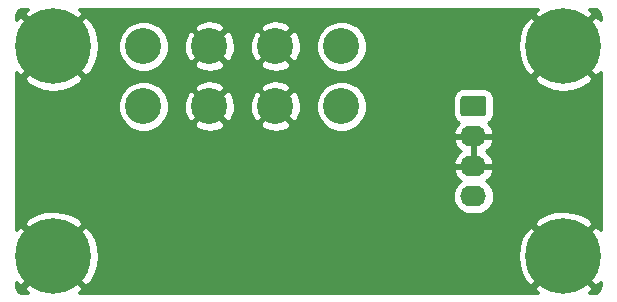
<source format=gbl>
%TF.GenerationSoftware,KiCad,Pcbnew,(5.1.8-0-10_14)*%
%TF.CreationDate,2021-07-08T18:54:03+01:00*%
%TF.ProjectId,4u-mini-boat-power-connection,34752d6d-696e-4692-9d62-6f61742d706f,rev?*%
%TF.SameCoordinates,Original*%
%TF.FileFunction,Copper,L2,Bot*%
%TF.FilePolarity,Positive*%
%FSLAX46Y46*%
G04 Gerber Fmt 4.6, Leading zero omitted, Abs format (unit mm)*
G04 Created by KiCad (PCBNEW (5.1.8-0-10_14)) date 2021-07-08 18:54:03*
%MOMM*%
%LPD*%
G01*
G04 APERTURE LIST*
%TA.AperFunction,ComponentPad*%
%ADD10O,2.190000X1.740000*%
%TD*%
%TA.AperFunction,ComponentPad*%
%ADD11C,3.048000*%
%TD*%
%TA.AperFunction,ComponentPad*%
%ADD12C,6.400000*%
%TD*%
%TA.AperFunction,Conductor*%
%ADD13C,0.254000*%
%TD*%
%TA.AperFunction,Conductor*%
%ADD14C,0.100000*%
%TD*%
G04 APERTURE END LIST*
D10*
%TO.P,J2,4*%
%TO.N,Net-(J1-Pad4)*%
X166370000Y-92710000D03*
%TO.P,J2,3*%
%TO.N,GND*%
X166370000Y-90170000D03*
%TO.P,J2,2*%
X166370000Y-87630000D03*
%TO.P,J2,1*%
%TO.N,Net-(J1-Pad1)*%
%TA.AperFunction,ComponentPad*%
G36*
G01*
X165524999Y-84220000D02*
X167215001Y-84220000D01*
G75*
G02*
X167465000Y-84469999I0J-249999D01*
G01*
X167465000Y-85710001D01*
G75*
G02*
X167215001Y-85960000I-249999J0D01*
G01*
X165524999Y-85960000D01*
G75*
G02*
X165275000Y-85710001I0J249999D01*
G01*
X165275000Y-84469999D01*
G75*
G02*
X165524999Y-84220000I249999J0D01*
G01*
G37*
%TD.AperFunction*%
%TD*%
D11*
%TO.P,J1,3*%
%TO.N,GND*%
X144018000Y-85090000D03*
%TO.P,J1,4*%
%TO.N,Net-(J1-Pad4)*%
X138430000Y-80010000D03*
X138430000Y-85090000D03*
%TO.P,J1,3*%
%TO.N,GND*%
X144018000Y-80010000D03*
%TO.P,J1,1*%
%TO.N,Net-(J1-Pad1)*%
X155194000Y-80010000D03*
X155194000Y-85090000D03*
%TO.P,J1,2*%
%TO.N,GND*%
X149606000Y-85090000D03*
X149606000Y-80010000D03*
%TD*%
D12*
%TO.P,H4,1*%
%TO.N,GND*%
X130810000Y-97790000D03*
%TD*%
%TO.P,H3,1*%
%TO.N,GND*%
X173990000Y-80010000D03*
%TD*%
%TO.P,H2,1*%
%TO.N,GND*%
X130810000Y-80010000D03*
%TD*%
%TO.P,H1,1*%
%TO.N,GND*%
X173990000Y-97790000D03*
%TD*%
D13*
%TO.N,GND*%
X128288724Y-77309119D02*
X130810000Y-79830395D01*
X133331276Y-77309119D01*
X133000914Y-76860000D01*
X171799086Y-76860000D01*
X171468724Y-77309119D01*
X173990000Y-79830395D01*
X176511276Y-77309119D01*
X176180914Y-76860000D01*
X176497721Y-76860000D01*
X176647869Y-76874722D01*
X176761246Y-76908953D01*
X176865819Y-76964555D01*
X176957596Y-77039407D01*
X177033091Y-77130664D01*
X177089419Y-77234844D01*
X177124440Y-77347976D01*
X177140000Y-77496022D01*
X177140000Y-77819086D01*
X176690881Y-77488724D01*
X174169605Y-80010000D01*
X176690881Y-82531276D01*
X177140000Y-82200914D01*
X177140001Y-95599086D01*
X176690881Y-95268724D01*
X174169605Y-97790000D01*
X176690881Y-100311276D01*
X177140001Y-99980913D01*
X177140001Y-100297711D01*
X177125278Y-100447869D01*
X177091047Y-100561246D01*
X177035446Y-100665817D01*
X176960594Y-100757595D01*
X176869335Y-100833091D01*
X176765160Y-100889419D01*
X176652024Y-100924440D01*
X176503979Y-100940000D01*
X176180914Y-100940000D01*
X176511276Y-100490881D01*
X173990000Y-97969605D01*
X171468724Y-100490881D01*
X171799086Y-100940000D01*
X133000914Y-100940000D01*
X133331276Y-100490881D01*
X130810000Y-97969605D01*
X128288724Y-100490881D01*
X128619086Y-100940000D01*
X128302279Y-100940000D01*
X128152131Y-100925278D01*
X128038754Y-100891047D01*
X127934183Y-100835446D01*
X127842405Y-100760594D01*
X127766909Y-100669335D01*
X127710581Y-100565160D01*
X127675560Y-100452024D01*
X127660000Y-100303979D01*
X127660000Y-99980914D01*
X128109119Y-100311276D01*
X130630395Y-97790000D01*
X130989605Y-97790000D01*
X133510881Y-100311276D01*
X134000548Y-99951088D01*
X134360849Y-99287118D01*
X134584694Y-98565615D01*
X134663480Y-97814305D01*
X134659002Y-97765695D01*
X170136520Y-97765695D01*
X170205822Y-98517938D01*
X170420548Y-99242208D01*
X170772445Y-99910670D01*
X170799452Y-99951088D01*
X171289119Y-100311276D01*
X173810395Y-97790000D01*
X171289119Y-95268724D01*
X170799452Y-95628912D01*
X170439151Y-96292882D01*
X170215306Y-97014385D01*
X170136520Y-97765695D01*
X134659002Y-97765695D01*
X134594178Y-97062062D01*
X134379452Y-96337792D01*
X134027555Y-95669330D01*
X134000548Y-95628912D01*
X133510881Y-95268724D01*
X130989605Y-97790000D01*
X130630395Y-97790000D01*
X128109119Y-95268724D01*
X127660000Y-95599086D01*
X127660000Y-95089119D01*
X128288724Y-95089119D01*
X130810000Y-97610395D01*
X133331276Y-95089119D01*
X171468724Y-95089119D01*
X173990000Y-97610395D01*
X176511276Y-95089119D01*
X176151088Y-94599452D01*
X175487118Y-94239151D01*
X174765615Y-94015306D01*
X174014305Y-93936520D01*
X173262062Y-94005822D01*
X172537792Y-94220548D01*
X171869330Y-94572445D01*
X171828912Y-94599452D01*
X171468724Y-95089119D01*
X133331276Y-95089119D01*
X132971088Y-94599452D01*
X132307118Y-94239151D01*
X131585615Y-94015306D01*
X130834305Y-93936520D01*
X130082062Y-94005822D01*
X129357792Y-94220548D01*
X128689330Y-94572445D01*
X128648912Y-94599452D01*
X128288724Y-95089119D01*
X127660000Y-95089119D01*
X127660000Y-92710000D01*
X164632718Y-92710000D01*
X164661776Y-93005032D01*
X164747834Y-93288725D01*
X164887583Y-93550179D01*
X165075655Y-93779345D01*
X165304821Y-93967417D01*
X165566275Y-94107166D01*
X165849968Y-94193224D01*
X166071064Y-94215000D01*
X166668936Y-94215000D01*
X166890032Y-94193224D01*
X167173725Y-94107166D01*
X167435179Y-93967417D01*
X167664345Y-93779345D01*
X167852417Y-93550179D01*
X167992166Y-93288725D01*
X168078224Y-93005032D01*
X168107282Y-92710000D01*
X168078224Y-92414968D01*
X167992166Y-92131275D01*
X167852417Y-91869821D01*
X167664345Y-91640655D01*
X167435179Y-91452583D01*
X167406848Y-91437440D01*
X167547433Y-91344708D01*
X167758306Y-91136326D01*
X167924474Y-90890809D01*
X168039551Y-90617591D01*
X168056302Y-90530031D01*
X167935246Y-90297000D01*
X166497000Y-90297000D01*
X166497000Y-90317000D01*
X166243000Y-90317000D01*
X166243000Y-90297000D01*
X164804754Y-90297000D01*
X164683698Y-90530031D01*
X164700449Y-90617591D01*
X164815526Y-90890809D01*
X164981694Y-91136326D01*
X165192567Y-91344708D01*
X165333152Y-91437440D01*
X165304821Y-91452583D01*
X165075655Y-91640655D01*
X164887583Y-91869821D01*
X164747834Y-92131275D01*
X164661776Y-92414968D01*
X164632718Y-92710000D01*
X127660000Y-92710000D01*
X127660000Y-87990031D01*
X164683698Y-87990031D01*
X164700449Y-88077591D01*
X164815526Y-88350809D01*
X164981694Y-88596326D01*
X165192567Y-88804708D01*
X165337032Y-88900000D01*
X165192567Y-88995292D01*
X164981694Y-89203674D01*
X164815526Y-89449191D01*
X164700449Y-89722409D01*
X164683698Y-89809969D01*
X164804754Y-90043000D01*
X166243000Y-90043000D01*
X166243000Y-87757000D01*
X166497000Y-87757000D01*
X166497000Y-90043000D01*
X167935246Y-90043000D01*
X168056302Y-89809969D01*
X168039551Y-89722409D01*
X167924474Y-89449191D01*
X167758306Y-89203674D01*
X167547433Y-88995292D01*
X167402968Y-88900000D01*
X167547433Y-88804708D01*
X167758306Y-88596326D01*
X167924474Y-88350809D01*
X168039551Y-88077591D01*
X168056302Y-87990031D01*
X167935246Y-87757000D01*
X166497000Y-87757000D01*
X166243000Y-87757000D01*
X164804754Y-87757000D01*
X164683698Y-87990031D01*
X127660000Y-87990031D01*
X127660000Y-84877357D01*
X136271000Y-84877357D01*
X136271000Y-85302643D01*
X136353970Y-85719757D01*
X136516719Y-86112670D01*
X136752996Y-86466282D01*
X137053718Y-86767004D01*
X137407330Y-87003281D01*
X137800243Y-87166030D01*
X138217357Y-87249000D01*
X138642643Y-87249000D01*
X139059757Y-87166030D01*
X139452670Y-87003281D01*
X139806282Y-86767004D01*
X139974546Y-86598740D01*
X142688865Y-86598740D01*
X142847764Y-86916758D01*
X143226632Y-87109959D01*
X143635913Y-87225534D01*
X144059876Y-87259042D01*
X144482230Y-87209194D01*
X144886744Y-87077908D01*
X145188236Y-86916758D01*
X145347135Y-86598740D01*
X148276865Y-86598740D01*
X148435764Y-86916758D01*
X148814632Y-87109959D01*
X149223913Y-87225534D01*
X149647876Y-87259042D01*
X150070230Y-87209194D01*
X150474744Y-87077908D01*
X150776236Y-86916758D01*
X150935135Y-86598740D01*
X149606000Y-85269605D01*
X148276865Y-86598740D01*
X145347135Y-86598740D01*
X144018000Y-85269605D01*
X142688865Y-86598740D01*
X139974546Y-86598740D01*
X140107004Y-86466282D01*
X140343281Y-86112670D01*
X140506030Y-85719757D01*
X140589000Y-85302643D01*
X140589000Y-85131876D01*
X141848958Y-85131876D01*
X141898806Y-85554230D01*
X142030092Y-85958744D01*
X142191242Y-86260236D01*
X142509260Y-86419135D01*
X143838395Y-85090000D01*
X144197605Y-85090000D01*
X145526740Y-86419135D01*
X145844758Y-86260236D01*
X146037959Y-85881368D01*
X146153534Y-85472087D01*
X146180422Y-85131876D01*
X147436958Y-85131876D01*
X147486806Y-85554230D01*
X147618092Y-85958744D01*
X147779242Y-86260236D01*
X148097260Y-86419135D01*
X149426395Y-85090000D01*
X149785605Y-85090000D01*
X151114740Y-86419135D01*
X151432758Y-86260236D01*
X151625959Y-85881368D01*
X151741534Y-85472087D01*
X151775042Y-85048124D01*
X151754888Y-84877357D01*
X153035000Y-84877357D01*
X153035000Y-85302643D01*
X153117970Y-85719757D01*
X153280719Y-86112670D01*
X153516996Y-86466282D01*
X153817718Y-86767004D01*
X154171330Y-87003281D01*
X154564243Y-87166030D01*
X154981357Y-87249000D01*
X155406643Y-87249000D01*
X155823757Y-87166030D01*
X156216670Y-87003281D01*
X156570282Y-86767004D01*
X156871004Y-86466282D01*
X157107281Y-86112670D01*
X157270030Y-85719757D01*
X157353000Y-85302643D01*
X157353000Y-84877357D01*
X157271971Y-84469999D01*
X164636928Y-84469999D01*
X164636928Y-85710001D01*
X164653992Y-85883255D01*
X164704528Y-86049851D01*
X164786595Y-86203387D01*
X164897038Y-86337962D01*
X165031613Y-86448405D01*
X165140590Y-86506655D01*
X164981694Y-86663674D01*
X164815526Y-86909191D01*
X164700449Y-87182409D01*
X164683698Y-87269969D01*
X164804754Y-87503000D01*
X166243000Y-87503000D01*
X166243000Y-87483000D01*
X166497000Y-87483000D01*
X166497000Y-87503000D01*
X167935246Y-87503000D01*
X168056302Y-87269969D01*
X168039551Y-87182409D01*
X167924474Y-86909191D01*
X167758306Y-86663674D01*
X167599410Y-86506655D01*
X167708387Y-86448405D01*
X167842962Y-86337962D01*
X167953405Y-86203387D01*
X168035472Y-86049851D01*
X168086008Y-85883255D01*
X168103072Y-85710001D01*
X168103072Y-84469999D01*
X168086008Y-84296745D01*
X168035472Y-84130149D01*
X167953405Y-83976613D01*
X167842962Y-83842038D01*
X167708387Y-83731595D01*
X167554851Y-83649528D01*
X167388255Y-83598992D01*
X167215001Y-83581928D01*
X165524999Y-83581928D01*
X165351745Y-83598992D01*
X165185149Y-83649528D01*
X165031613Y-83731595D01*
X164897038Y-83842038D01*
X164786595Y-83976613D01*
X164704528Y-84130149D01*
X164653992Y-84296745D01*
X164636928Y-84469999D01*
X157271971Y-84469999D01*
X157270030Y-84460243D01*
X157107281Y-84067330D01*
X156871004Y-83713718D01*
X156570282Y-83412996D01*
X156216670Y-83176719D01*
X155823757Y-83013970D01*
X155406643Y-82931000D01*
X154981357Y-82931000D01*
X154564243Y-83013970D01*
X154171330Y-83176719D01*
X153817718Y-83412996D01*
X153516996Y-83713718D01*
X153280719Y-84067330D01*
X153117970Y-84460243D01*
X153035000Y-84877357D01*
X151754888Y-84877357D01*
X151725194Y-84625770D01*
X151593908Y-84221256D01*
X151432758Y-83919764D01*
X151114740Y-83760865D01*
X149785605Y-85090000D01*
X149426395Y-85090000D01*
X148097260Y-83760865D01*
X147779242Y-83919764D01*
X147586041Y-84298632D01*
X147470466Y-84707913D01*
X147436958Y-85131876D01*
X146180422Y-85131876D01*
X146187042Y-85048124D01*
X146137194Y-84625770D01*
X146005908Y-84221256D01*
X145844758Y-83919764D01*
X145526740Y-83760865D01*
X144197605Y-85090000D01*
X143838395Y-85090000D01*
X142509260Y-83760865D01*
X142191242Y-83919764D01*
X141998041Y-84298632D01*
X141882466Y-84707913D01*
X141848958Y-85131876D01*
X140589000Y-85131876D01*
X140589000Y-84877357D01*
X140506030Y-84460243D01*
X140343281Y-84067330D01*
X140107004Y-83713718D01*
X139974546Y-83581260D01*
X142688865Y-83581260D01*
X144018000Y-84910395D01*
X145347135Y-83581260D01*
X148276865Y-83581260D01*
X149606000Y-84910395D01*
X150935135Y-83581260D01*
X150776236Y-83263242D01*
X150397368Y-83070041D01*
X149988087Y-82954466D01*
X149564124Y-82920958D01*
X149141770Y-82970806D01*
X148737256Y-83102092D01*
X148435764Y-83263242D01*
X148276865Y-83581260D01*
X145347135Y-83581260D01*
X145188236Y-83263242D01*
X144809368Y-83070041D01*
X144400087Y-82954466D01*
X143976124Y-82920958D01*
X143553770Y-82970806D01*
X143149256Y-83102092D01*
X142847764Y-83263242D01*
X142688865Y-83581260D01*
X139974546Y-83581260D01*
X139806282Y-83412996D01*
X139452670Y-83176719D01*
X139059757Y-83013970D01*
X138642643Y-82931000D01*
X138217357Y-82931000D01*
X137800243Y-83013970D01*
X137407330Y-83176719D01*
X137053718Y-83412996D01*
X136752996Y-83713718D01*
X136516719Y-84067330D01*
X136353970Y-84460243D01*
X136271000Y-84877357D01*
X127660000Y-84877357D01*
X127660000Y-82710881D01*
X128288724Y-82710881D01*
X128648912Y-83200548D01*
X129312882Y-83560849D01*
X130034385Y-83784694D01*
X130785695Y-83863480D01*
X131537938Y-83794178D01*
X132262208Y-83579452D01*
X132930670Y-83227555D01*
X132971088Y-83200548D01*
X133331276Y-82710881D01*
X171468724Y-82710881D01*
X171828912Y-83200548D01*
X172492882Y-83560849D01*
X173214385Y-83784694D01*
X173965695Y-83863480D01*
X174717938Y-83794178D01*
X175442208Y-83579452D01*
X176110670Y-83227555D01*
X176151088Y-83200548D01*
X176511276Y-82710881D01*
X173990000Y-80189605D01*
X171468724Y-82710881D01*
X133331276Y-82710881D01*
X130810000Y-80189605D01*
X128288724Y-82710881D01*
X127660000Y-82710881D01*
X127660000Y-82200914D01*
X128109119Y-82531276D01*
X130630395Y-80010000D01*
X130989605Y-80010000D01*
X133510881Y-82531276D01*
X134000548Y-82171088D01*
X134360849Y-81507118D01*
X134584694Y-80785615D01*
X134663480Y-80034305D01*
X134641651Y-79797357D01*
X136271000Y-79797357D01*
X136271000Y-80222643D01*
X136353970Y-80639757D01*
X136516719Y-81032670D01*
X136752996Y-81386282D01*
X137053718Y-81687004D01*
X137407330Y-81923281D01*
X137800243Y-82086030D01*
X138217357Y-82169000D01*
X138642643Y-82169000D01*
X139059757Y-82086030D01*
X139452670Y-81923281D01*
X139806282Y-81687004D01*
X139974546Y-81518740D01*
X142688865Y-81518740D01*
X142847764Y-81836758D01*
X143226632Y-82029959D01*
X143635913Y-82145534D01*
X144059876Y-82179042D01*
X144482230Y-82129194D01*
X144886744Y-81997908D01*
X145188236Y-81836758D01*
X145347135Y-81518740D01*
X148276865Y-81518740D01*
X148435764Y-81836758D01*
X148814632Y-82029959D01*
X149223913Y-82145534D01*
X149647876Y-82179042D01*
X150070230Y-82129194D01*
X150474744Y-81997908D01*
X150776236Y-81836758D01*
X150935135Y-81518740D01*
X149606000Y-80189605D01*
X148276865Y-81518740D01*
X145347135Y-81518740D01*
X144018000Y-80189605D01*
X142688865Y-81518740D01*
X139974546Y-81518740D01*
X140107004Y-81386282D01*
X140343281Y-81032670D01*
X140506030Y-80639757D01*
X140589000Y-80222643D01*
X140589000Y-80051876D01*
X141848958Y-80051876D01*
X141898806Y-80474230D01*
X142030092Y-80878744D01*
X142191242Y-81180236D01*
X142509260Y-81339135D01*
X143838395Y-80010000D01*
X144197605Y-80010000D01*
X145526740Y-81339135D01*
X145844758Y-81180236D01*
X146037959Y-80801368D01*
X146153534Y-80392087D01*
X146180422Y-80051876D01*
X147436958Y-80051876D01*
X147486806Y-80474230D01*
X147618092Y-80878744D01*
X147779242Y-81180236D01*
X148097260Y-81339135D01*
X149426395Y-80010000D01*
X149785605Y-80010000D01*
X151114740Y-81339135D01*
X151432758Y-81180236D01*
X151625959Y-80801368D01*
X151741534Y-80392087D01*
X151775042Y-79968124D01*
X151754888Y-79797357D01*
X153035000Y-79797357D01*
X153035000Y-80222643D01*
X153117970Y-80639757D01*
X153280719Y-81032670D01*
X153516996Y-81386282D01*
X153817718Y-81687004D01*
X154171330Y-81923281D01*
X154564243Y-82086030D01*
X154981357Y-82169000D01*
X155406643Y-82169000D01*
X155823757Y-82086030D01*
X156216670Y-81923281D01*
X156570282Y-81687004D01*
X156871004Y-81386282D01*
X157107281Y-81032670D01*
X157270030Y-80639757D01*
X157353000Y-80222643D01*
X157353000Y-79985695D01*
X170136520Y-79985695D01*
X170205822Y-80737938D01*
X170420548Y-81462208D01*
X170772445Y-82130670D01*
X170799452Y-82171088D01*
X171289119Y-82531276D01*
X173810395Y-80010000D01*
X171289119Y-77488724D01*
X170799452Y-77848912D01*
X170439151Y-78512882D01*
X170215306Y-79234385D01*
X170136520Y-79985695D01*
X157353000Y-79985695D01*
X157353000Y-79797357D01*
X157270030Y-79380243D01*
X157107281Y-78987330D01*
X156871004Y-78633718D01*
X156570282Y-78332996D01*
X156216670Y-78096719D01*
X155823757Y-77933970D01*
X155406643Y-77851000D01*
X154981357Y-77851000D01*
X154564243Y-77933970D01*
X154171330Y-78096719D01*
X153817718Y-78332996D01*
X153516996Y-78633718D01*
X153280719Y-78987330D01*
X153117970Y-79380243D01*
X153035000Y-79797357D01*
X151754888Y-79797357D01*
X151725194Y-79545770D01*
X151593908Y-79141256D01*
X151432758Y-78839764D01*
X151114740Y-78680865D01*
X149785605Y-80010000D01*
X149426395Y-80010000D01*
X148097260Y-78680865D01*
X147779242Y-78839764D01*
X147586041Y-79218632D01*
X147470466Y-79627913D01*
X147436958Y-80051876D01*
X146180422Y-80051876D01*
X146187042Y-79968124D01*
X146137194Y-79545770D01*
X146005908Y-79141256D01*
X145844758Y-78839764D01*
X145526740Y-78680865D01*
X144197605Y-80010000D01*
X143838395Y-80010000D01*
X142509260Y-78680865D01*
X142191242Y-78839764D01*
X141998041Y-79218632D01*
X141882466Y-79627913D01*
X141848958Y-80051876D01*
X140589000Y-80051876D01*
X140589000Y-79797357D01*
X140506030Y-79380243D01*
X140343281Y-78987330D01*
X140107004Y-78633718D01*
X139974546Y-78501260D01*
X142688865Y-78501260D01*
X144018000Y-79830395D01*
X145347135Y-78501260D01*
X148276865Y-78501260D01*
X149606000Y-79830395D01*
X150935135Y-78501260D01*
X150776236Y-78183242D01*
X150397368Y-77990041D01*
X149988087Y-77874466D01*
X149564124Y-77840958D01*
X149141770Y-77890806D01*
X148737256Y-78022092D01*
X148435764Y-78183242D01*
X148276865Y-78501260D01*
X145347135Y-78501260D01*
X145188236Y-78183242D01*
X144809368Y-77990041D01*
X144400087Y-77874466D01*
X143976124Y-77840958D01*
X143553770Y-77890806D01*
X143149256Y-78022092D01*
X142847764Y-78183242D01*
X142688865Y-78501260D01*
X139974546Y-78501260D01*
X139806282Y-78332996D01*
X139452670Y-78096719D01*
X139059757Y-77933970D01*
X138642643Y-77851000D01*
X138217357Y-77851000D01*
X137800243Y-77933970D01*
X137407330Y-78096719D01*
X137053718Y-78332996D01*
X136752996Y-78633718D01*
X136516719Y-78987330D01*
X136353970Y-79380243D01*
X136271000Y-79797357D01*
X134641651Y-79797357D01*
X134594178Y-79282062D01*
X134379452Y-78557792D01*
X134027555Y-77889330D01*
X134000548Y-77848912D01*
X133510881Y-77488724D01*
X130989605Y-80010000D01*
X130630395Y-80010000D01*
X128109119Y-77488724D01*
X127660000Y-77819086D01*
X127660000Y-77502279D01*
X127674722Y-77352131D01*
X127708953Y-77238754D01*
X127764555Y-77134181D01*
X127839407Y-77042404D01*
X127930664Y-76966909D01*
X128034844Y-76910581D01*
X128147976Y-76875560D01*
X128296022Y-76860000D01*
X128619086Y-76860000D01*
X128288724Y-77309119D01*
%TA.AperFunction,Conductor*%
D14*
G36*
X128288724Y-77309119D02*
G01*
X130810000Y-79830395D01*
X133331276Y-77309119D01*
X133000914Y-76860000D01*
X171799086Y-76860000D01*
X171468724Y-77309119D01*
X173990000Y-79830395D01*
X176511276Y-77309119D01*
X176180914Y-76860000D01*
X176497721Y-76860000D01*
X176647869Y-76874722D01*
X176761246Y-76908953D01*
X176865819Y-76964555D01*
X176957596Y-77039407D01*
X177033091Y-77130664D01*
X177089419Y-77234844D01*
X177124440Y-77347976D01*
X177140000Y-77496022D01*
X177140000Y-77819086D01*
X176690881Y-77488724D01*
X174169605Y-80010000D01*
X176690881Y-82531276D01*
X177140000Y-82200914D01*
X177140001Y-95599086D01*
X176690881Y-95268724D01*
X174169605Y-97790000D01*
X176690881Y-100311276D01*
X177140001Y-99980913D01*
X177140001Y-100297711D01*
X177125278Y-100447869D01*
X177091047Y-100561246D01*
X177035446Y-100665817D01*
X176960594Y-100757595D01*
X176869335Y-100833091D01*
X176765160Y-100889419D01*
X176652024Y-100924440D01*
X176503979Y-100940000D01*
X176180914Y-100940000D01*
X176511276Y-100490881D01*
X173990000Y-97969605D01*
X171468724Y-100490881D01*
X171799086Y-100940000D01*
X133000914Y-100940000D01*
X133331276Y-100490881D01*
X130810000Y-97969605D01*
X128288724Y-100490881D01*
X128619086Y-100940000D01*
X128302279Y-100940000D01*
X128152131Y-100925278D01*
X128038754Y-100891047D01*
X127934183Y-100835446D01*
X127842405Y-100760594D01*
X127766909Y-100669335D01*
X127710581Y-100565160D01*
X127675560Y-100452024D01*
X127660000Y-100303979D01*
X127660000Y-99980914D01*
X128109119Y-100311276D01*
X130630395Y-97790000D01*
X130989605Y-97790000D01*
X133510881Y-100311276D01*
X134000548Y-99951088D01*
X134360849Y-99287118D01*
X134584694Y-98565615D01*
X134663480Y-97814305D01*
X134659002Y-97765695D01*
X170136520Y-97765695D01*
X170205822Y-98517938D01*
X170420548Y-99242208D01*
X170772445Y-99910670D01*
X170799452Y-99951088D01*
X171289119Y-100311276D01*
X173810395Y-97790000D01*
X171289119Y-95268724D01*
X170799452Y-95628912D01*
X170439151Y-96292882D01*
X170215306Y-97014385D01*
X170136520Y-97765695D01*
X134659002Y-97765695D01*
X134594178Y-97062062D01*
X134379452Y-96337792D01*
X134027555Y-95669330D01*
X134000548Y-95628912D01*
X133510881Y-95268724D01*
X130989605Y-97790000D01*
X130630395Y-97790000D01*
X128109119Y-95268724D01*
X127660000Y-95599086D01*
X127660000Y-95089119D01*
X128288724Y-95089119D01*
X130810000Y-97610395D01*
X133331276Y-95089119D01*
X171468724Y-95089119D01*
X173990000Y-97610395D01*
X176511276Y-95089119D01*
X176151088Y-94599452D01*
X175487118Y-94239151D01*
X174765615Y-94015306D01*
X174014305Y-93936520D01*
X173262062Y-94005822D01*
X172537792Y-94220548D01*
X171869330Y-94572445D01*
X171828912Y-94599452D01*
X171468724Y-95089119D01*
X133331276Y-95089119D01*
X132971088Y-94599452D01*
X132307118Y-94239151D01*
X131585615Y-94015306D01*
X130834305Y-93936520D01*
X130082062Y-94005822D01*
X129357792Y-94220548D01*
X128689330Y-94572445D01*
X128648912Y-94599452D01*
X128288724Y-95089119D01*
X127660000Y-95089119D01*
X127660000Y-92710000D01*
X164632718Y-92710000D01*
X164661776Y-93005032D01*
X164747834Y-93288725D01*
X164887583Y-93550179D01*
X165075655Y-93779345D01*
X165304821Y-93967417D01*
X165566275Y-94107166D01*
X165849968Y-94193224D01*
X166071064Y-94215000D01*
X166668936Y-94215000D01*
X166890032Y-94193224D01*
X167173725Y-94107166D01*
X167435179Y-93967417D01*
X167664345Y-93779345D01*
X167852417Y-93550179D01*
X167992166Y-93288725D01*
X168078224Y-93005032D01*
X168107282Y-92710000D01*
X168078224Y-92414968D01*
X167992166Y-92131275D01*
X167852417Y-91869821D01*
X167664345Y-91640655D01*
X167435179Y-91452583D01*
X167406848Y-91437440D01*
X167547433Y-91344708D01*
X167758306Y-91136326D01*
X167924474Y-90890809D01*
X168039551Y-90617591D01*
X168056302Y-90530031D01*
X167935246Y-90297000D01*
X166497000Y-90297000D01*
X166497000Y-90317000D01*
X166243000Y-90317000D01*
X166243000Y-90297000D01*
X164804754Y-90297000D01*
X164683698Y-90530031D01*
X164700449Y-90617591D01*
X164815526Y-90890809D01*
X164981694Y-91136326D01*
X165192567Y-91344708D01*
X165333152Y-91437440D01*
X165304821Y-91452583D01*
X165075655Y-91640655D01*
X164887583Y-91869821D01*
X164747834Y-92131275D01*
X164661776Y-92414968D01*
X164632718Y-92710000D01*
X127660000Y-92710000D01*
X127660000Y-87990031D01*
X164683698Y-87990031D01*
X164700449Y-88077591D01*
X164815526Y-88350809D01*
X164981694Y-88596326D01*
X165192567Y-88804708D01*
X165337032Y-88900000D01*
X165192567Y-88995292D01*
X164981694Y-89203674D01*
X164815526Y-89449191D01*
X164700449Y-89722409D01*
X164683698Y-89809969D01*
X164804754Y-90043000D01*
X166243000Y-90043000D01*
X166243000Y-87757000D01*
X166497000Y-87757000D01*
X166497000Y-90043000D01*
X167935246Y-90043000D01*
X168056302Y-89809969D01*
X168039551Y-89722409D01*
X167924474Y-89449191D01*
X167758306Y-89203674D01*
X167547433Y-88995292D01*
X167402968Y-88900000D01*
X167547433Y-88804708D01*
X167758306Y-88596326D01*
X167924474Y-88350809D01*
X168039551Y-88077591D01*
X168056302Y-87990031D01*
X167935246Y-87757000D01*
X166497000Y-87757000D01*
X166243000Y-87757000D01*
X164804754Y-87757000D01*
X164683698Y-87990031D01*
X127660000Y-87990031D01*
X127660000Y-84877357D01*
X136271000Y-84877357D01*
X136271000Y-85302643D01*
X136353970Y-85719757D01*
X136516719Y-86112670D01*
X136752996Y-86466282D01*
X137053718Y-86767004D01*
X137407330Y-87003281D01*
X137800243Y-87166030D01*
X138217357Y-87249000D01*
X138642643Y-87249000D01*
X139059757Y-87166030D01*
X139452670Y-87003281D01*
X139806282Y-86767004D01*
X139974546Y-86598740D01*
X142688865Y-86598740D01*
X142847764Y-86916758D01*
X143226632Y-87109959D01*
X143635913Y-87225534D01*
X144059876Y-87259042D01*
X144482230Y-87209194D01*
X144886744Y-87077908D01*
X145188236Y-86916758D01*
X145347135Y-86598740D01*
X148276865Y-86598740D01*
X148435764Y-86916758D01*
X148814632Y-87109959D01*
X149223913Y-87225534D01*
X149647876Y-87259042D01*
X150070230Y-87209194D01*
X150474744Y-87077908D01*
X150776236Y-86916758D01*
X150935135Y-86598740D01*
X149606000Y-85269605D01*
X148276865Y-86598740D01*
X145347135Y-86598740D01*
X144018000Y-85269605D01*
X142688865Y-86598740D01*
X139974546Y-86598740D01*
X140107004Y-86466282D01*
X140343281Y-86112670D01*
X140506030Y-85719757D01*
X140589000Y-85302643D01*
X140589000Y-85131876D01*
X141848958Y-85131876D01*
X141898806Y-85554230D01*
X142030092Y-85958744D01*
X142191242Y-86260236D01*
X142509260Y-86419135D01*
X143838395Y-85090000D01*
X144197605Y-85090000D01*
X145526740Y-86419135D01*
X145844758Y-86260236D01*
X146037959Y-85881368D01*
X146153534Y-85472087D01*
X146180422Y-85131876D01*
X147436958Y-85131876D01*
X147486806Y-85554230D01*
X147618092Y-85958744D01*
X147779242Y-86260236D01*
X148097260Y-86419135D01*
X149426395Y-85090000D01*
X149785605Y-85090000D01*
X151114740Y-86419135D01*
X151432758Y-86260236D01*
X151625959Y-85881368D01*
X151741534Y-85472087D01*
X151775042Y-85048124D01*
X151754888Y-84877357D01*
X153035000Y-84877357D01*
X153035000Y-85302643D01*
X153117970Y-85719757D01*
X153280719Y-86112670D01*
X153516996Y-86466282D01*
X153817718Y-86767004D01*
X154171330Y-87003281D01*
X154564243Y-87166030D01*
X154981357Y-87249000D01*
X155406643Y-87249000D01*
X155823757Y-87166030D01*
X156216670Y-87003281D01*
X156570282Y-86767004D01*
X156871004Y-86466282D01*
X157107281Y-86112670D01*
X157270030Y-85719757D01*
X157353000Y-85302643D01*
X157353000Y-84877357D01*
X157271971Y-84469999D01*
X164636928Y-84469999D01*
X164636928Y-85710001D01*
X164653992Y-85883255D01*
X164704528Y-86049851D01*
X164786595Y-86203387D01*
X164897038Y-86337962D01*
X165031613Y-86448405D01*
X165140590Y-86506655D01*
X164981694Y-86663674D01*
X164815526Y-86909191D01*
X164700449Y-87182409D01*
X164683698Y-87269969D01*
X164804754Y-87503000D01*
X166243000Y-87503000D01*
X166243000Y-87483000D01*
X166497000Y-87483000D01*
X166497000Y-87503000D01*
X167935246Y-87503000D01*
X168056302Y-87269969D01*
X168039551Y-87182409D01*
X167924474Y-86909191D01*
X167758306Y-86663674D01*
X167599410Y-86506655D01*
X167708387Y-86448405D01*
X167842962Y-86337962D01*
X167953405Y-86203387D01*
X168035472Y-86049851D01*
X168086008Y-85883255D01*
X168103072Y-85710001D01*
X168103072Y-84469999D01*
X168086008Y-84296745D01*
X168035472Y-84130149D01*
X167953405Y-83976613D01*
X167842962Y-83842038D01*
X167708387Y-83731595D01*
X167554851Y-83649528D01*
X167388255Y-83598992D01*
X167215001Y-83581928D01*
X165524999Y-83581928D01*
X165351745Y-83598992D01*
X165185149Y-83649528D01*
X165031613Y-83731595D01*
X164897038Y-83842038D01*
X164786595Y-83976613D01*
X164704528Y-84130149D01*
X164653992Y-84296745D01*
X164636928Y-84469999D01*
X157271971Y-84469999D01*
X157270030Y-84460243D01*
X157107281Y-84067330D01*
X156871004Y-83713718D01*
X156570282Y-83412996D01*
X156216670Y-83176719D01*
X155823757Y-83013970D01*
X155406643Y-82931000D01*
X154981357Y-82931000D01*
X154564243Y-83013970D01*
X154171330Y-83176719D01*
X153817718Y-83412996D01*
X153516996Y-83713718D01*
X153280719Y-84067330D01*
X153117970Y-84460243D01*
X153035000Y-84877357D01*
X151754888Y-84877357D01*
X151725194Y-84625770D01*
X151593908Y-84221256D01*
X151432758Y-83919764D01*
X151114740Y-83760865D01*
X149785605Y-85090000D01*
X149426395Y-85090000D01*
X148097260Y-83760865D01*
X147779242Y-83919764D01*
X147586041Y-84298632D01*
X147470466Y-84707913D01*
X147436958Y-85131876D01*
X146180422Y-85131876D01*
X146187042Y-85048124D01*
X146137194Y-84625770D01*
X146005908Y-84221256D01*
X145844758Y-83919764D01*
X145526740Y-83760865D01*
X144197605Y-85090000D01*
X143838395Y-85090000D01*
X142509260Y-83760865D01*
X142191242Y-83919764D01*
X141998041Y-84298632D01*
X141882466Y-84707913D01*
X141848958Y-85131876D01*
X140589000Y-85131876D01*
X140589000Y-84877357D01*
X140506030Y-84460243D01*
X140343281Y-84067330D01*
X140107004Y-83713718D01*
X139974546Y-83581260D01*
X142688865Y-83581260D01*
X144018000Y-84910395D01*
X145347135Y-83581260D01*
X148276865Y-83581260D01*
X149606000Y-84910395D01*
X150935135Y-83581260D01*
X150776236Y-83263242D01*
X150397368Y-83070041D01*
X149988087Y-82954466D01*
X149564124Y-82920958D01*
X149141770Y-82970806D01*
X148737256Y-83102092D01*
X148435764Y-83263242D01*
X148276865Y-83581260D01*
X145347135Y-83581260D01*
X145188236Y-83263242D01*
X144809368Y-83070041D01*
X144400087Y-82954466D01*
X143976124Y-82920958D01*
X143553770Y-82970806D01*
X143149256Y-83102092D01*
X142847764Y-83263242D01*
X142688865Y-83581260D01*
X139974546Y-83581260D01*
X139806282Y-83412996D01*
X139452670Y-83176719D01*
X139059757Y-83013970D01*
X138642643Y-82931000D01*
X138217357Y-82931000D01*
X137800243Y-83013970D01*
X137407330Y-83176719D01*
X137053718Y-83412996D01*
X136752996Y-83713718D01*
X136516719Y-84067330D01*
X136353970Y-84460243D01*
X136271000Y-84877357D01*
X127660000Y-84877357D01*
X127660000Y-82710881D01*
X128288724Y-82710881D01*
X128648912Y-83200548D01*
X129312882Y-83560849D01*
X130034385Y-83784694D01*
X130785695Y-83863480D01*
X131537938Y-83794178D01*
X132262208Y-83579452D01*
X132930670Y-83227555D01*
X132971088Y-83200548D01*
X133331276Y-82710881D01*
X171468724Y-82710881D01*
X171828912Y-83200548D01*
X172492882Y-83560849D01*
X173214385Y-83784694D01*
X173965695Y-83863480D01*
X174717938Y-83794178D01*
X175442208Y-83579452D01*
X176110670Y-83227555D01*
X176151088Y-83200548D01*
X176511276Y-82710881D01*
X173990000Y-80189605D01*
X171468724Y-82710881D01*
X133331276Y-82710881D01*
X130810000Y-80189605D01*
X128288724Y-82710881D01*
X127660000Y-82710881D01*
X127660000Y-82200914D01*
X128109119Y-82531276D01*
X130630395Y-80010000D01*
X130989605Y-80010000D01*
X133510881Y-82531276D01*
X134000548Y-82171088D01*
X134360849Y-81507118D01*
X134584694Y-80785615D01*
X134663480Y-80034305D01*
X134641651Y-79797357D01*
X136271000Y-79797357D01*
X136271000Y-80222643D01*
X136353970Y-80639757D01*
X136516719Y-81032670D01*
X136752996Y-81386282D01*
X137053718Y-81687004D01*
X137407330Y-81923281D01*
X137800243Y-82086030D01*
X138217357Y-82169000D01*
X138642643Y-82169000D01*
X139059757Y-82086030D01*
X139452670Y-81923281D01*
X139806282Y-81687004D01*
X139974546Y-81518740D01*
X142688865Y-81518740D01*
X142847764Y-81836758D01*
X143226632Y-82029959D01*
X143635913Y-82145534D01*
X144059876Y-82179042D01*
X144482230Y-82129194D01*
X144886744Y-81997908D01*
X145188236Y-81836758D01*
X145347135Y-81518740D01*
X148276865Y-81518740D01*
X148435764Y-81836758D01*
X148814632Y-82029959D01*
X149223913Y-82145534D01*
X149647876Y-82179042D01*
X150070230Y-82129194D01*
X150474744Y-81997908D01*
X150776236Y-81836758D01*
X150935135Y-81518740D01*
X149606000Y-80189605D01*
X148276865Y-81518740D01*
X145347135Y-81518740D01*
X144018000Y-80189605D01*
X142688865Y-81518740D01*
X139974546Y-81518740D01*
X140107004Y-81386282D01*
X140343281Y-81032670D01*
X140506030Y-80639757D01*
X140589000Y-80222643D01*
X140589000Y-80051876D01*
X141848958Y-80051876D01*
X141898806Y-80474230D01*
X142030092Y-80878744D01*
X142191242Y-81180236D01*
X142509260Y-81339135D01*
X143838395Y-80010000D01*
X144197605Y-80010000D01*
X145526740Y-81339135D01*
X145844758Y-81180236D01*
X146037959Y-80801368D01*
X146153534Y-80392087D01*
X146180422Y-80051876D01*
X147436958Y-80051876D01*
X147486806Y-80474230D01*
X147618092Y-80878744D01*
X147779242Y-81180236D01*
X148097260Y-81339135D01*
X149426395Y-80010000D01*
X149785605Y-80010000D01*
X151114740Y-81339135D01*
X151432758Y-81180236D01*
X151625959Y-80801368D01*
X151741534Y-80392087D01*
X151775042Y-79968124D01*
X151754888Y-79797357D01*
X153035000Y-79797357D01*
X153035000Y-80222643D01*
X153117970Y-80639757D01*
X153280719Y-81032670D01*
X153516996Y-81386282D01*
X153817718Y-81687004D01*
X154171330Y-81923281D01*
X154564243Y-82086030D01*
X154981357Y-82169000D01*
X155406643Y-82169000D01*
X155823757Y-82086030D01*
X156216670Y-81923281D01*
X156570282Y-81687004D01*
X156871004Y-81386282D01*
X157107281Y-81032670D01*
X157270030Y-80639757D01*
X157353000Y-80222643D01*
X157353000Y-79985695D01*
X170136520Y-79985695D01*
X170205822Y-80737938D01*
X170420548Y-81462208D01*
X170772445Y-82130670D01*
X170799452Y-82171088D01*
X171289119Y-82531276D01*
X173810395Y-80010000D01*
X171289119Y-77488724D01*
X170799452Y-77848912D01*
X170439151Y-78512882D01*
X170215306Y-79234385D01*
X170136520Y-79985695D01*
X157353000Y-79985695D01*
X157353000Y-79797357D01*
X157270030Y-79380243D01*
X157107281Y-78987330D01*
X156871004Y-78633718D01*
X156570282Y-78332996D01*
X156216670Y-78096719D01*
X155823757Y-77933970D01*
X155406643Y-77851000D01*
X154981357Y-77851000D01*
X154564243Y-77933970D01*
X154171330Y-78096719D01*
X153817718Y-78332996D01*
X153516996Y-78633718D01*
X153280719Y-78987330D01*
X153117970Y-79380243D01*
X153035000Y-79797357D01*
X151754888Y-79797357D01*
X151725194Y-79545770D01*
X151593908Y-79141256D01*
X151432758Y-78839764D01*
X151114740Y-78680865D01*
X149785605Y-80010000D01*
X149426395Y-80010000D01*
X148097260Y-78680865D01*
X147779242Y-78839764D01*
X147586041Y-79218632D01*
X147470466Y-79627913D01*
X147436958Y-80051876D01*
X146180422Y-80051876D01*
X146187042Y-79968124D01*
X146137194Y-79545770D01*
X146005908Y-79141256D01*
X145844758Y-78839764D01*
X145526740Y-78680865D01*
X144197605Y-80010000D01*
X143838395Y-80010000D01*
X142509260Y-78680865D01*
X142191242Y-78839764D01*
X141998041Y-79218632D01*
X141882466Y-79627913D01*
X141848958Y-80051876D01*
X140589000Y-80051876D01*
X140589000Y-79797357D01*
X140506030Y-79380243D01*
X140343281Y-78987330D01*
X140107004Y-78633718D01*
X139974546Y-78501260D01*
X142688865Y-78501260D01*
X144018000Y-79830395D01*
X145347135Y-78501260D01*
X148276865Y-78501260D01*
X149606000Y-79830395D01*
X150935135Y-78501260D01*
X150776236Y-78183242D01*
X150397368Y-77990041D01*
X149988087Y-77874466D01*
X149564124Y-77840958D01*
X149141770Y-77890806D01*
X148737256Y-78022092D01*
X148435764Y-78183242D01*
X148276865Y-78501260D01*
X145347135Y-78501260D01*
X145188236Y-78183242D01*
X144809368Y-77990041D01*
X144400087Y-77874466D01*
X143976124Y-77840958D01*
X143553770Y-77890806D01*
X143149256Y-78022092D01*
X142847764Y-78183242D01*
X142688865Y-78501260D01*
X139974546Y-78501260D01*
X139806282Y-78332996D01*
X139452670Y-78096719D01*
X139059757Y-77933970D01*
X138642643Y-77851000D01*
X138217357Y-77851000D01*
X137800243Y-77933970D01*
X137407330Y-78096719D01*
X137053718Y-78332996D01*
X136752996Y-78633718D01*
X136516719Y-78987330D01*
X136353970Y-79380243D01*
X136271000Y-79797357D01*
X134641651Y-79797357D01*
X134594178Y-79282062D01*
X134379452Y-78557792D01*
X134027555Y-77889330D01*
X134000548Y-77848912D01*
X133510881Y-77488724D01*
X130989605Y-80010000D01*
X130630395Y-80010000D01*
X128109119Y-77488724D01*
X127660000Y-77819086D01*
X127660000Y-77502279D01*
X127674722Y-77352131D01*
X127708953Y-77238754D01*
X127764555Y-77134181D01*
X127839407Y-77042404D01*
X127930664Y-76966909D01*
X128034844Y-76910581D01*
X128147976Y-76875560D01*
X128296022Y-76860000D01*
X128619086Y-76860000D01*
X128288724Y-77309119D01*
G37*
%TD.AperFunction*%
%TD*%
M02*

</source>
